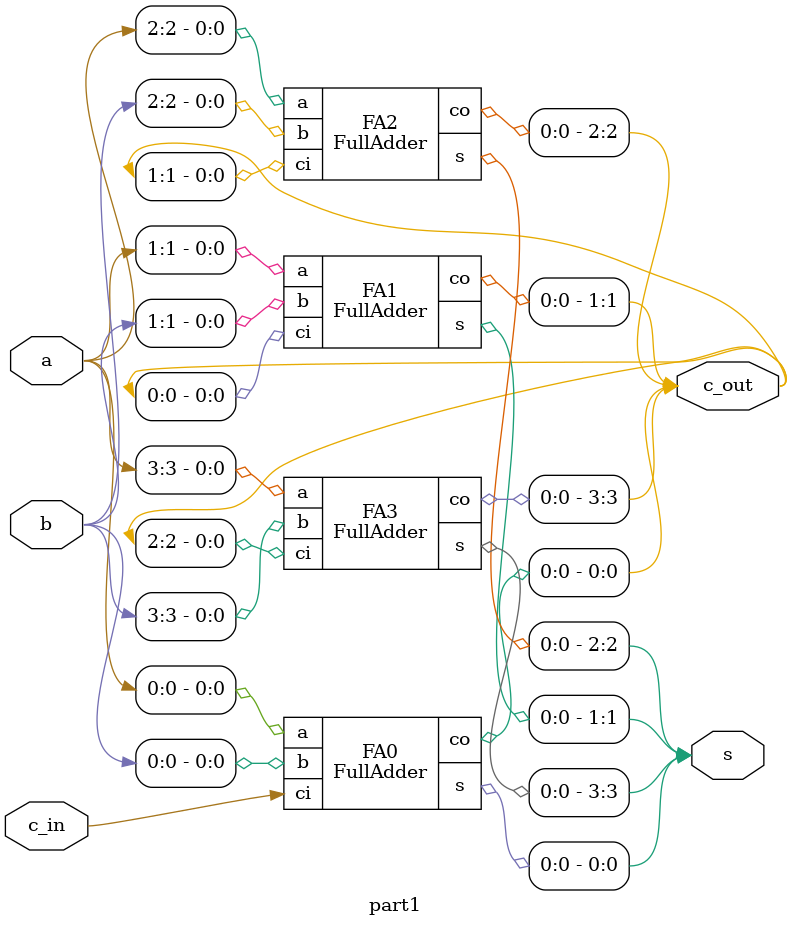
<source format=sv>

module FullAdder(
    input logic a, b, ci,     
    output logic s, co     
);

assign s = a ^ b ^ ci;
assign co = (a & b) | (ci & (a ^ b));

endmodule

module part1(input logic [3:0] a, b, input logic c_in,
output logic [3:0] s, c_out);


logic c1, c2, c3;
FullAdder FA0 (.a(a[0]), .b(b[0]), .ci(c_in), .s(s[0]), .co(c_out[0]));
FullAdder FA1 (.a(a[1]), .b(b[1]), .ci(c_out[0]),  .s(s[1]), .co(c_out[1]));
FullAdder FA2 (.a(a[2]), .b(b[2]), .ci(c_out[1]),  .s(s[2]), .co(c_out[2]));
FullAdder FA3 (.a(a[3]), .b(b[3]), .ci(c_out[2]),  .s(s[3]), .co(c_out[3]));

endmodule


</source>
